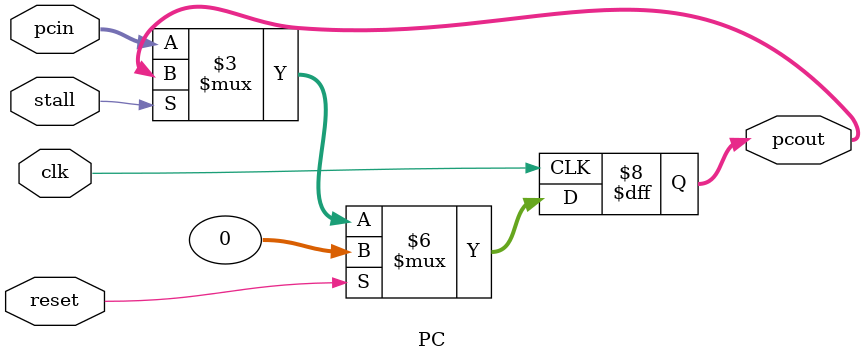
<source format=v>
`timescale 1ns / 1ps

module PC(
    input       reset, clk,stall,
    input       [31:0]  pcin,
    output reg  [31:0]  pcout
    );
    
    always @ (posedge clk) begin
        if (reset) 
            pcout <= 32'b0;
        else if (!stall)
            pcout <= pcin;
    end
    
endmodule

</source>
